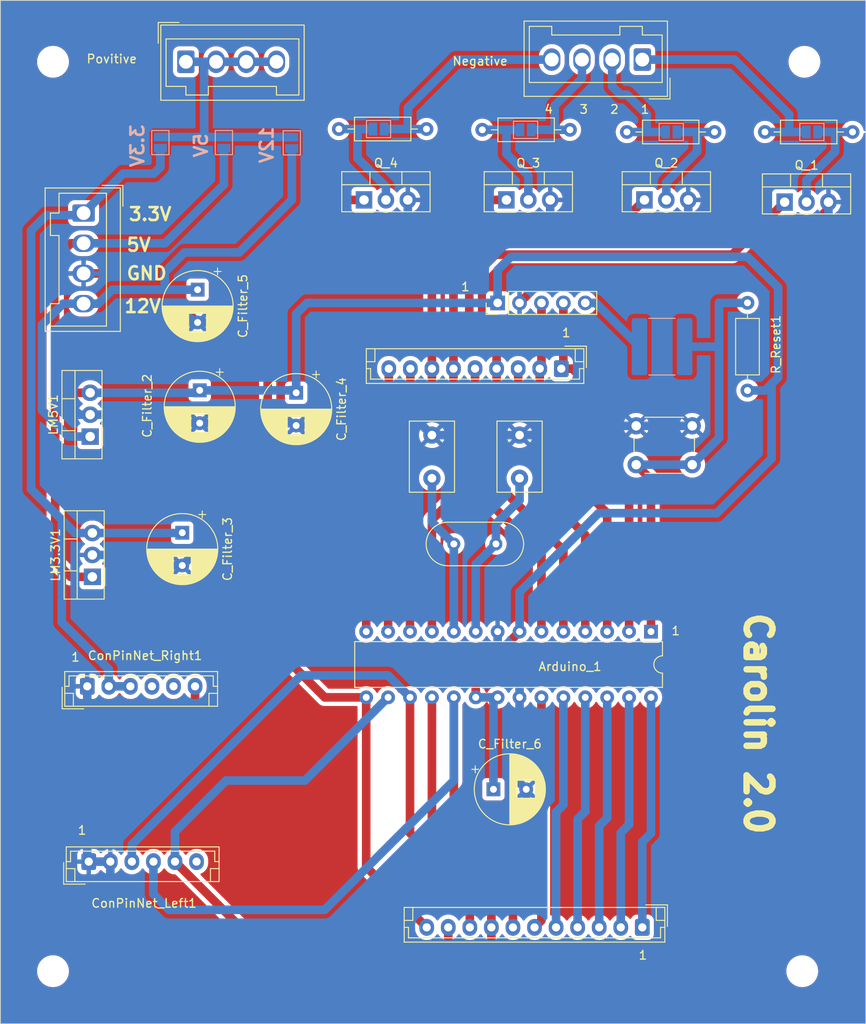
<source format=kicad_pcb>
(kicad_pcb (version 20221018) (generator pcbnew)
  (layers (0 "F.Cu" signal) (31 "B.Cu" signal) (34 "B.Paste" user) (35 "F.Paste" user) (36 "B.SilkS" user "B.Silkscreen") (37 "F.SilkS" user "F.Silkscreen") (38 "B.Mask" user) (39 "F.Mask" user) (44 "Edge.Cuts" user))
  (net 0 "")
  (net 1 "Net-(Arduino_1-~{RESET}{slash}PC6)")
  (net 2 "Net-(Arduino_1-PD0)")
  (net 3 "Net-(Arduino_1-PD1)")
  (net 4 "Net-(Arduino_1-PD2)")
  (net 5 "Net-(Arduino_1-PD3)")
  (net 6 "Net-(Arduino_1-PD4)")
  (net 7 "+5V")
  (net 8 "Earth")
  (net 9 "Net-(Arduino_1-XTAL1{slash}PB6)")
  (net 10 "Net-(Arduino_1-XTAL2{slash}PB7)")
  (net 11 "Net-(Arduino_1-PD5)")
  (net 12 "Net-(Arduino_1-PD6)")
  (net 13 "Net-(Arduino_1-PD7)")
  (net 14 "Net-(Arduino_1-PB0)")
  (net 15 "Net-(Arduino_1-PB1)")
  (net 16 "Net-(Arduino_1-PB2)")
  (net 17 "Net-(Arduino_1-PB3)")
  (net 18 "Net-(Arduino_1-PB4)")
  (net 19 "Net-(Arduino_1-PB5)")
  (net 20 "Net-(Arduino_1-PC0)")
  (net 21 "Net-(Arduino_1-PC1)")
  (net 22 "Net-(Arduino_1-PC2)")
  (net 23 "Net-(Arduino_1-PC3)")
  (net 24 "Net-(Arduino_1-PC4)")
  (net 25 "Net-(Arduino_1-PC5)")
  (net 26 "Net-(Conn_Debuger_1-Pin_5)")
  (net 28 "+3.3V")
  (net 31 "+12V")
  (net 32 "Net-(JP1-A)")
  (net 33 "Net-(JP2-A)")
  (net 34 "Net-(JP3-A)")
  (net 35 "Net-(JP4-A)")
  (net 36 "Net-(Con_Light_Neg1-Pin_1)")
  (net 37 "Net-(Con_Light_Neg1-Pin_2)")
  (net 38 "Net-(Con_Light_Neg1-Pin_3)")
  (net 39 "Net-(Con_Light_Neg1-Pin_4)")
  (net 40 "Net-(Con_Light_Pos1-Pin_1)")
  (footprint "Connector_Wago:Wago_734-134_1x04_P3.50mm_Vertical" (layer "F.Cu") (at 102.53 29.972)
    (fp_text reference "Con_Light_Pos1" hide)
    (fp_text value "Conn_01x04" hide)
  )
  (footprint "Package_TO_SOT_THT:TO-220-3_Vertical" (layer "F.Cu") (at 91.684 89.672 90)
    (fp_text reference "LM3.3V1")
    (fp_text value "LM2937xT" hide)
  )
  (footprint "Package_DIP:DIP-28_W7.62mm" (layer "F.Cu") (at 156.454 96.022 -90)
    (fp_text reference "Arduino_1")
    (fp_text value "ATmega328-P" hide)
  )
  (footprint "Package_TO_SOT_THT:TO-220-3_Vertical" (layer "F.Cu") (at 155.692 45.984)
    (fp_text reference "Q_2")
    (fp_text value "IRLB8721PBF" hide)
  )
  (footprint "Capacitor_THT:CP_Radial_D8.0mm_P3.80mm" (layer "F.Cu") (at 138.186 114.3)
    (fp_text reference "C_Filter_6")
    (fp_text value "47uF" hide)
  )
  (footprint "Connector_JST:JST_EH_B9B-EH-A_1x09_P2.50mm_Vertical" (layer "F.Cu") (at 146.054 65.542 180)
    (fp_text reference "J1" hide)
    (fp_text value "Conn_01x09_Pin" hide)
  )
  (footprint "Connector_PinHeader_2.54mm:PinHeader_1x05_P2.54mm_Vertical" (layer "F.Cu") (at 138.674 57.922 90)
    (fp_text reference "Conn_Debuger_1" hide)
    (fp_text value "Debuger" hide)
  )
  (footprint "Crystal:Crystal_HC49-U_Vertical" (layer "F.Cu") (at 133.594 85.862)
    (fp_text reference "XTAL1" hide)
    (fp_text value "Crystal 16 Mhz" hide)
  )
  (footprint "Package_TO_SOT_THT:TO-220-3_Vertical" (layer "F.Cu") (at 139.69 45.984)
    (fp_text reference "Q_3")
    (fp_text value "IRLB8721PBF" hide)
  )
  (footprint "Resistor_THT:R_Axial_DIN0207_L6.3mm_D2.5mm_P10.16mm_Horizontal" (layer "F.Cu") (at 179.822 38.11 180)
    (fp_text reference "R1" hide)
    (fp_text value "R1" hide)
  )
  (footprint "MountingHole:MountingHole_3.2mm_M3_DIN965" (layer "F.Cu") (at 87.122 135.382)
    (fp_text reference "REF**" hide)
    (fp_text value "MountingHole_3.2mm_M3_DIN965" hide)
  )
  (footprint "Resistor_THT:R_Axial_DIN0207_L6.3mm_D2.5mm_P10.16mm_Horizontal" (layer "F.Cu") (at 163.82 38.11 180)
    (fp_text reference "R2" hide)
    (fp_text value "R2" hide)
  )
  (footprint "Connector_JST:JST_EH_B11B-EH-A_1x11_P2.50mm_Vertical" (layer "F.Cu") (at 155.448 130.302 180)
    (fp_text reference "J2" hide)
    (fp_text value "Conn_01x11_Pin" hide)
  )
  (footprint "Capacitor_THT:CP_Radial_D8.0mm_P3.80mm" (layer "F.Cu") (at 115.316 68.336 -90)
    (fp_text reference "C_Filter_4")
    (fp_text value "47uF" hide)
  )
  (footprint "MountingHole:MountingHole_3.2mm_M3_DIN965" (layer "F.Cu") (at 174.244 29.972)
    (fp_text reference "REF**" hide)
    (fp_text value "MountingHole_3.2mm_M3_DIN965" hide)
  )
  (footprint "Capacitor_THT:C_Disc_D8.0mm_W5.0mm_P5.00mm" (layer "F.Cu") (at 141.214 78.242 90)
    (fp_text reference "C_XTAL_2" hide)
    (fp_text value "22 pF" hide)
  )
  (footprint "Button_Switch_THT:SW_PUSH_6mm_H5mm" (layer "F.Cu") (at 154.738 72.172)
    (fp_text reference "SW_reset1" hide)
    (fp_text value "SW_DIP_x01" hide)
  )
  (footprint "Connector_Wago:Wago_734-134_1x04_P3.50mm_Vertical" (layer "F.Cu") (at 90.668 47.508 -90)
    (fp_text reference "Con_In1" hide)
    (fp_text value "Conn_01x04" hide)
  )
  (footprint "Connector_JST:JST_EH_B6B-EH-A_1x06_P2.50mm_Vertical" (layer "F.Cu") (at 91.266 122.682)
    (fp_text reference "ConPinNet_Left1")
    (fp_text value "Conn_01x06_Pin" hide)
  )
  (footprint "Package_TO_SOT_THT:TO-220-3_Vertical" (layer "F.Cu") (at 123.18 45.984)
    (fp_text reference "Q_4")
    (fp_text value "IRLB8721PBF" hide)
  )
  (footprint "Capacitor_THT:CP_Radial_D8.0mm_P3.80mm" (layer "F.Cu") (at 102.108 84.557349 -90)
    (fp_text reference "C_Filter_3")
    (fp_text value "47uF" hide)
  )
  (footprint "Resistor_THT:R_Axial_DIN0207_L6.3mm_D2.5mm_P10.16mm_Horizontal" (layer "F.Cu") (at 167.64 68.072 90)
    (fp_text reference "R_Reset1")
    (fp_text value "10K" hide)
  )
  (footprint "MountingHole:MountingHole_3.2mm_M3_DIN965" (layer "F.Cu") (at 173.99 135.382)
    (fp_text reference "REF**" hide)
    (fp_text value "MountingHole_3.2mm_M3_DIN965" hide)
  )
  (footprint "Package_TO_SOT_THT:TO-220-3_Vertical" (layer "F.Cu") (at 171.948 46.238)
    (fp_text reference "Q_1")
    (fp_text value "IRLB8721PBF" hide)
  )
  (footprint "Connector_JST:JST_EH_B6B-EH-A_1x06_P2.50mm_Vertical" (layer "F.Cu") (at 91.092 102.362)
    (fp_text reference "ConPinNet_Right1")
    (fp_text value "Conn_01x06_Pin" hide)
  )
  (footprint "Package_TO_SOT_THT:TO-220-3_Vertical" (layer "F.Cu") (at 91.43 73.416 90)
    (fp_text reference "LM5V1")
    (fp_text value "LM2937xT" hide)
  )
  (footprint "Resistor_THT:R_Axial_DIN0207_L6.3mm_D2.5mm_P10.16mm_Horizontal" (layer "F.Cu") (at 120.264 37.765)
    (fp_text reference "R4" hide)
    (fp_text value "R4" hide)
  )
  (footprint "MountingHole:MountingHole_3.2mm_M3_DIN965" (layer "F.Cu") (at 87.122 29.972)
    (fp_text reference "REF**" hide)
    (fp_text value "MountingHole_3.2mm_M3_DIN965" hide)
  )
  (footprint "Capacitor_THT:CP_Radial_D8.0mm_P3.80mm" (layer "F.Cu") (at 103.886 56.388 -90)
    (fp_text reference "C_Filter_5")
    (fp_text value "47uF" hide)
  )
  (footprint "Connector_Wago:Wago_734-134_1x04_P3.50mm_Vertical" (layer "F.Cu") (at 155.448 29.718 180)
    (fp_text reference "Con_Light_Neg1" hide)
    (fp_text value "Conn_01x04" hide)
  )
  (footprint "Capacitor_THT:C_Disc_D8.0mm_W5.0mm_P5.00mm" (layer "F.Cu") (at 131.054 78.242 90)
    (fp_text reference "C_XTAL_1" hide)
    (fp_text value "22 pF" hide)
  )
  (footprint "Capacitor_THT:CP_Radial_D8.0mm_P3.80mm" (layer "F.Cu") (at 104.13 68.057349 -90)
    (fp_text reference "C_Filter_2")
    (fp_text value "47uF" hide)
  )
  (footprint "Resistor_THT:R_Axial_DIN0207_L6.3mm_D2.5mm_P10.16mm_Horizontal" (layer "F.Cu") (at 136.896 37.856)
    (fp_text reference "R3" hide)
    (fp_text value "R3" hide)
  )
  (footprint "Jumper:SolderJumper-2_P1.3mm_Open_Pad1.0x1.5mm" (layer "B.Cu") (at 158.803302 38.11 180)
    (fp_text reference "JP2" hide)
    (fp_text value "Lig_Jmp_2" hide)
  )
  (footprint "Jumper:SolderJumper-2_P1.3mm_Open_Pad1.0x1.5mm" (layer "B.Cu") (at 99.568 39.34 90)
    (fp_text reference "JP_3.3V1" hide)
    (fp_text value "3.3V_Pos" hide)
  )
  (footprint "Capacitor_SMD:C_2225_5664Metric_Pad1.80x6.60mm_HandSolder" (layer "B.Cu") (at 157.734 62.992)
    (fp_text reference "C_Rest1" hide)
    (fp_text value "100nF" hide)
  )
  (footprint "Jumper:SolderJumper-2_P1.3mm_Open_Pad1.0x1.5mm" (layer "B.Cu") (at 175.108 38.11 180)
    (fp_text reference "JP1" hide)
    (fp_text value "Lig_Jmp_1" hide)
  )
  (footprint "Jumper:SolderJumper-2_P1.3mm_Open_Pad1.0x1.5mm" (layer "B.Cu") (at 114.808 39.37 90)
    (fp_text reference "JP_12V1" hide)
    (fp_text value "12V_Pos" hide)
  )
  (footprint "Jumper:SolderJumper-2_P1.3mm_Open_Pad1.0x1.5mm" (layer "B.Cu") (at 124.866 37.765)
    (fp_text reference "JP4" hide)
    (fp_text value "Lig_Jmp_4" hide)
  )
  (footprint "Jumper:SolderJumper-2_P1.3mm_Open_Pad1.0x1.5mm" (layer "B.Cu") (at 141.912698 37.856)
    (fp_text reference "JP3" hide)
    (fp_text value "Lig_Jmp_3" hide)
  )
  (footprint "Jumper:SolderJumper-2_P1.3mm_Open_Pad1.0x1.5mm" (layer "B.Cu") (at 106.934 39.34 90)
    (fp_text reference "JP_5V1" hide)
    (fp_text value "5V_Pos" hide)
  )
  (gr_rect (start 81.026 22.86) (end 181.356 141.478) (stroke (width 0.1)) (fill none) (layer "Edge.Cuts"))
  (gr_text "5V" (at 105.156 38.1 90) (layer "B.SilkS") (effects (font (size 1.5 1.5) (thickness 0.3) bold) (justify left bottom mirror)))
  (gr_text "12V" (at 112.776 37.338 90) (layer "B.SilkS") (effects (font (size 1.5 1.5) (thickness 0.3) bold) (justify left bottom mirror)))
  (gr_text "3.3V" (at 97.79 37.084 90) (layer "B.SilkS") (effects (font (size 1.5 1.5) (thickness 0.3) bold) (justify left bottom mirror)))
  (gr_text "1" (at 134.366 56.642) (layer "F.SilkS") (effects (font (size 1 1)) (justify left bottom)))
  (gr_text "1" (at 155.194 36.068) (layer "F.SilkS") (effects (font (size 1 1)) (justify left bottom)))
  (gr_text "1" (at 146.05 61.976) (layer "F.SilkS") (effects (font (size 1 1)) (justify left bottom)))
  (gr_text "2" (at 151.638 36.068) (layer "F.SilkS") (effects (font (size 1 1)) (justify left bottom)))
  (gr_text "3.3V" (at 95.758 48.514) (layer "F.SilkS") (effects (font (size 1.5 1.5) (thickness 0.3) bold) (justify left bottom)))
  (gr_text "1" (at 158.75 96.52) (layer "F.SilkS") (effects (font (size 1 1)) (justify left bottom)))
  (gr_text "1" (at 154.94 134.112) (layer "F.SilkS") (effects (font (size 1 1)) (justify left bottom)))
  (gr_text "1" (at 89.154 99.568) (layer "F.SilkS") (effects (font (size 1 1)) (justify left bottom)))
  (gr_text "5V" (at 95.504 52.07) (layer "F.SilkS") (effects (font (size 1.5 1.5) (thickness 0.3) bold) (justify left bottom)))
  (gr_text "Povitive" (at 90.932 30.226) (layer "F.SilkS") (effects (font (size 1 1)) (justify left bottom)))
  (gr_text "12V" (at 95.25 59.182) (layer "F.SilkS") (effects (font (size 1.5 1.5) (thickness 0.3) bold) (justify left bottom)))
  (gr_text "Carolin 2.0" (at 167.132 93.472 270) (layer "F.SilkS") (effects (font (size 3 3) (thickness 0.75) bold) (justify left bottom)))
  (gr_text "3" (at 148.082 36.068) (layer "F.SilkS") (effects (font (size 1 1)) (justify left bottom)))
  (gr_text "Negative" (at 133.35 30.48) (layer "F.SilkS") (effects (font (size 1 1)) (justify left bottom)))
  (gr_text "4" (at 144.018 36.068) (layer "F.SilkS") (effects (font (size 1 1)) (justify left bottom)))
  (gr_text "GND" (at 95.504 55.372) (layer "F.SilkS") (effects (font (size 1.5 1.5) (thickness 0.3) bold) (justify left bottom)))
  (gr_text "1" (at 89.916 119.634) (layer "F.SilkS") (effects (font (size 1 1)) (justify left bottom)))
  (segment (start 156.454 96.022) (end 156.454 78.388) (width 1) (layer "F.Cu") (net 1))
  (segment (start 156.454 78.388) (end 154.738 76.672) (width 1) (layer "F.Cu") (net 1))
  (segment (start 164.084 62.992) (end 164.338 62.738) (width 1) (layer "B.Cu") (net 1))
  (segment (start 164.338 73.572) (end 164.338 62.738) (width 1) (layer "B.Cu") (net 1))
  (segment (start 164.338 62.738) (end 164.338 57.912) (width 1) (layer "B.Cu") (net 1))
  (segment (start 160.359 62.992) (end 164.084 62.992) (width 1) (layer "B.Cu") (net 1))
  (segment (start 167.64 57.912) (end 164.338 57.912) (width 1) (layer "B.Cu") (net 1))
  (segment (start 161.238 76.672) (end 164.338 73.572) (width 1) (layer "B.Cu") (net 1))
  (segment (start 154.738 76.672) (end 156.972 76.672) (width 1) (layer "B.Cu") (net 1))
  (segment (start 156.972 76.672) (end 161.238 76.672) (width 1) (layer "B.Cu") (net 1))
  (segment (start 150.622 76.708) (end 150.622 68.834) (width 1) (layer "F.Cu") (net 2))
  (segment (start 150.622 68.834) (end 147.33 65.542) (width 1) (layer "F.Cu") (net 2))
  (segment (start 146.294 57.922) (end 146.294 65.302) (width 1) (layer "F.Cu") (net 2))
  (segment (start 153.914 96.022) (end 153.914 80) (width 1) (layer "F.Cu") (net 2))
  (segment (start 153.914 80) (end 150.622 76.708) (width 1) (layer "F.Cu") (net 2))
  (segment (start 147.33 65.542) (end 146.054 65.542) (width 1) (layer "F.Cu") (net 2))
  (segment (start 146.294 65.302) (end 146.054 65.542) (width 1) (layer "F.Cu") (net 2))
  (segment (start 143.754 57.922) (end 143.754 65.342) (width 1) (layer "F.Cu") (net 3))
  (segment (start 143.554 65.542) (end 143.554 68.116) (width 1) (layer "F.Cu") (net 3))
  (segment (start 147.574 78.486) (end 151.374 82.286) (width 1) (layer "F.Cu") (net 3))
  (segment (start 151.374 82.286) (end 151.374 96.022) (width 1) (layer "F.Cu") (net 3))
  (segment (start 147.574 72.136) (end 147.574 78.486) (width 1) (layer "F.Cu") (net 3))
  (segment (start 143.554 68.116) (end 147.574 72.136) (width 1) (layer "F.Cu") (net 3))
  (segment (start 143.754 65.342) (end 143.554 65.542) (width 1) (layer "F.Cu") (net 3))
  (segment (start 143.764 79.756) (end 143.764 71.882) (width 1) (layer "F.Cu") (net 4))
  (segment (start 141.054 69.172) (end 141.054 65.542) (width 1) (layer "F.Cu") (net 4))
  (segment (start 143.764 71.882) (end 141.054 69.172) (width 1) (layer "F.Cu") (net 4))
  (segment (start 148.834 96.022) (end 148.834 84.826) (width 1) (layer "F.Cu") (net 4))
  (segment (start 148.834 84.826) (end 143.764 79.756) (width 1) (layer "F.Cu") (net 4))
  (segment (start 138.43 52.324) (end 165.862 52.324) (width 1) (layer "F.Cu") (net 5))
  (segment (start 138.554 62.608) (end 135.382 59.436) (width 1) (layer "F.Cu") (net 5))
  (segment (start 138.554 65.542) (end 138.554 62.608) (width 1) (layer "F.Cu") (net 5))
  (segment (start 135.382 59.436) (end 135.382 55.372) (width 1) (layer "F.Cu") (net 5))
  (segment (start 138.554 65.542) (end 138.554 78.864) (width 1) (layer "F.Cu") (net 5))
  (segment (start 138.554 78.864) (end 146.294 86.604) (width 1) (layer "F.Cu") (net 5))
  (segment (start 165.862 52.324) (end 171.948 46.238) (width 1) (layer "F.Cu") (net 5))
  (segment (start 135.382 55.372) (end 138.43 52.324) (width 1) (layer "F.Cu") (net 5))
  (segment (start 146.294 86.604) (end 146.294 96.022) (width 1) (layer "F.Cu") (net 5))
  (segment (start 136.054 79.412) (end 136.054 65.542) (width 1) (layer "F.Cu") (net 6))
  (segment (start 143.754 96.022) (end 143.754 87.112) (width 1) (layer "F.Cu") (net 6))
  (segment (start 143.754 87.112) (end 136.054 79.412) (width 1) (layer "F.Cu") (net 6))
  (segment (start 87.376 52.832) (end 89.2 51.008) (width 1) (layer "F.Cu") (net 7))
  (segment (start 87.376 87.884) (end 87.376 70.358) (width 1) (layer "F.Cu") (net 7))
  (segment (start 87.376 70.358) (end 87.376 52.832) (width 1) (layer "F.Cu") (net 7))
  (segment (start 89.164 89.672) (end 87.376 87.884) (width 1) (layer "F.Cu") (net 7))
  (segment (start 91.684 89.672) (end 89.164 89.672) (width 1) (layer "F.Cu") (net 7))
  (segment (start 136.134 103.642) (end 136.134 101.102) (width 1) (layer "F.Cu") (net 7))
  (segment (start 136.134 101.102) (end 141.214 96.022) (width 1) (layer "F.Cu") (net 7))
  (segment (start 87.376 70.358) (end 89.398 68.336) (width 1) (layer "F.Cu") (net 7))
  (segment (start 89.398 68.336) (end 91.43 68.336) (width 1) (layer "F.Cu") (net 7))
  (segment (start 89.2 51.008) (end 90.668 51.008) (width 1) (layer "F.Cu") (net 7))
  (segment (start 138.674 103.642) (end 136.134 103.642) (width 1) (layer "B.Cu") (net 7))
  (segment (start 170.434 75.946) (end 170.434 67.818) (width 1) (layer "B.Cu") (net 7))
  (segment (start 139.954 52.832) (end 140.208 52.578) (width 1) (layer "B.Cu") (net 7))
  (segment (start 171.196 66.548) (end 171.196 56.134) (width 1) (layer "B.Cu") (net 7))
  (segment (start 104.13 68.057349) (end 115.037349 68.057349) (width 1) (layer "B.Cu") (net 7))
  (segment (start 150.876 82.296) (end 164.084 82.296) (width 1) (layer "B.Cu") (net 7))
  (segment (start 100.122 51.008) (end 106.934 44.196) (width 1) (layer "B.Cu") (net 7))
  (segment (start 115.316 59.182) (end 116.332 58.166) (width 1) (layer "B.Cu") (net 7))
  (segment (start 138.674 54.112) (end 139.954 52.832) (width 1) (layer "B.Cu") (net 7))
  (segment (start 143.002 89.662) (end 150.368 82.296) (width 1) (layer "B.Cu") (net 7))
  (segment (start 115.316 68.336) (end 115.316 59.182) (width 1) (layer "B.Cu") (net 7))
  (segment (start 90.668 51.008) (end 100.122 51.008) (width 1) (layer "B.Cu") (net 7))
  (segment (start 167.64 52.578) (end 169.418 54.356) (width 1) (layer "B.Cu") (net 7))
  (segment (start 167.64 78.74) (end 170.434 75.946) (width 1) (layer "B.Cu") (net 7))
  (segment (start 106.934 44.196) (end 106.934 39.99) (width 1) (layer "B.Cu") (net 7))
  (segment (start 169.672 68.072) (end 171.196 66.548) (width 1) (layer "B.Cu") (net 7))
  (segment (start 103.851349 68.336) (end 104.13 68.057349) (width 1) (layer "B.Cu") (net 7))
  (segment (start 138.186 104.13) (end 138.674 103.642) (width 1) (layer "B.Cu") (net 7))
  (segment (start 115.037349 68.057349) (end 115.316 68.336) (width 1) (layer "B.Cu") (net 7))
  (segment (start 171.196 56.134) (end 169.418 54.356) (width 1) (layer "B.Cu") (net 7))
  (segment (start 141.214 96.022) (end 141.214 91.45) (width 1) (layer "B.Cu") (net 7))
  (segment (start 91.43 68.336) (end 98.044 68.336) (width 1) (layer "B.Cu") (net 7))
  (segment (start 141.214 91.45) (end 143.002 89.662) (width 1) (layer "B.Cu") (net 7))
  (segment (start 150.368 82.296) (end 150.876 82.296) (width 1) (layer "B.Cu") (net 7))
  (segment (start 140.208 52.578) (end 167.132 52.578) (width 1) (layer "B.Cu") (net 7))
  (segment (start 138.186 114.3) (end 138.186 104.13) (width 1) (layer "B.Cu") (net 7))
  (segment (start 116.576 57.922) (end 116.332 58.166) (width 1) (layer "B.Cu") (net 7))
  (segment (start 167.132 52.578) (end 167.64 52.578) (width 1) (layer "B.Cu") (net 7))
  (segment (start 167.64 68.072) (end 169.672 68.072) (width 1) (layer "B.Cu") (net 7))
  (segment (start 98.044 68.336) (end 103.851349 68.336) (width 1) (layer "B.Cu") (net 7))
  (segment (start 138.674 57.922) (end 116.576 57.922) (width 1) (layer "B.Cu") (net 7))
  (segment (start 164.084 82.296) (end 167.64 78.74) (width 1) (layer "B.Cu") (net 7))
  (segment (start 138.674 57.922) (end 138.674 54.112) (width 1) (layer "B.Cu") (net 7))
  (segment (start 169.672 54.356) (end 177.028 47) (width 1) (layer "F.Cu") (net 8))
  (segment (start 144.78 54.356) (end 169.672 54.356) (width 1) (layer "F.Cu") (net 8))
  (segment (start 98.206 54.508) (end 103.886 60.188) (width 1) (layer "F.Cu") (net 8))
  (segment (start 177.028 47) (end 177.028 46.238) (width 1) (layer "F.Cu") (net 8))
  (segment (start 90.668 54.508) (end 98.206 54.508) (width 1) (layer "F.Cu") (net 8))
  (segment (start 141.214 57.922) (end 144.78 54.356) (width 1) (layer "F.Cu") (net 8))
  (segment (start 160.02 134.112) (end 176.276 117.856) (width 1) (layer "B.Cu") (net 8))
  (segment (start 91.958 60.188) (end 103.886 60.188) (width 1) (layer "B.Cu") (net 8))
  (segment (start 87.884 68.58) (end 87.884 64.262) (width 1) (layer "B.Cu") (net 8))
  (segment (start 112.014 95.25) (end 112.014 87.884) (width 1) (layer "B.Cu") (net 8))
  (segment (start 115.316 72.136) (end 129.948 72.136) (width 1) (layer "B.Cu") (net 8))
  (segment (start 94.488 70.866) (end 94.478 70.876) (width 1) (layer "B.Cu") (net 8))
  (segment (start 91.266 122.682) (end 93.766 122.682) (width 1) (layer "B.Cu") (net 8))
  (segment (start 141.986 118.364) (end 141.986 114.3) (width 1) (layer "B.Cu") (net 8))
  (segment (start 175.006 50.038) (end 176.276 48.768) (width 1) (layer "B.Cu") (net 8))
  (segment (start 105.664 72.365349) (end 106.172 71.857349) (width 1) (layer "B.Cu") (net 8))
  (segment (start 93.766 125.262) (end 99.822 131.318) (width 1) (layer "B.Cu") (net 8))
  (segment (start 93.766 122.682) (end 93.766 125.262) (width 1) (layer "B.Cu") (net 8))
  (segment (start 102.108 88.357349) (end 105.664 84.801349) (width 1) (layer "B.Cu") (net 8))
  (segment (start 160.772 50.038) (end 160.772 45.984) (width 1) (layer "B.Cu") (net 8))
  (segment (start 115.062 98.298) (end 112.014 95.25) (width 1) (layer "B.Cu") (net 8))
  (segment (start 91.684 87.132) (end 99.324 87.132) (width 1) (layer "B.Cu") (net 8))
  (segment (start 99.822 131.318) (end 120.904 131.318) (width 1) (layer "B.Cu") (net 8))
  (segment (start 105.664 84.801349) (end 105.664 72.365349) (width 1) (layer "B.Cu") (net 8))
  (segment (start 120.904 131.318) (end 122.428 129.794) (width 1) (layer "B.Cu") (net 8))
  (segment (start 122.428 129.794) (end 130.81 121.412) (width 1) (layer "B.Cu") (net 8))
  (segment (start 108.931349 84.801349) (end 105.664 84.801349) (width 1) (layer "B.Cu") (net 8))
  (segment (start 128.26 47.996) (end 129.286 49.022) (width 1) (layer "B.Cu") (net 8))
  (segment (start 144.78 50.038) (end 159.512 50.038) (width 1) (layer "B.Cu") (net 8))
  (segment (start 126.746 134.112) (end 160.02 134.112) (width 1) (layer "B.Cu") (net 8))
  (segment (start 104.13 71.857349) (end 106.172 71.857349) (width 1) (layer "B.Cu") (net 8))
  (segment (start 141.214 113.528) (end 141.986 114.3) (width 1) (layer "B.Cu") (net 8))
  (segment (start 159.512 50.038) (end 175.006 50.038) (width 1) (layer "B.Cu") (net 8))
  (segment (start 130.302 50.038) (end 143.51 50.038) (width 1) (layer "B.Cu") (net 8))
  (segment (start 95.479349 71.857349) (end 94.488 70.866) (width 1) (layer "B.Cu") (net 8))
  (segment (start 138.674 99.304) (end 141.214 101.844) (width 1) (layer "B.Cu") (net 8))
  (segment (start 94.478 70.876) (end 91.43 70.876) (width 1) (layer "B.Cu") (net 8))
  (segment (start 141.214 73.242) (end 148.5 73.242) (width 1) (layer "B.Cu") (net 8))
  (segment (start 131.054 73.242) (end 141.214 73.242) (width 1) (layer "B.Cu") (net 8))
  (segment (start 129.286 49.022) (end 130.302 50.038) (width 1) (layer "B.Cu") (net 8))
  (segment (start 100.549349 88.357349) (end 102.108 88.357349) (width 1) (layer "B.Cu") (net 8))
  (segment (start 104.13 71.857349) (end 95.479349 71.857349) (width 1) (layer "B.Cu") (net 8))
  (segment (start 138.674 98.298) (end 138.674 99.304) (width 1) (layer "B.Cu") (net 8))
  (segment (start 149.57 72.172) (end 154.738 72.172) (width 1) (layer "B.Cu") (net 8))
  (segment (start 176.276 48.768) (end 177.028 48.016) (width 1) (layer "B.Cu") (net 8))
  (segment (start 118.364 49.022) (end 129.286 49.022) (width 1) (layer "B.Cu") (net 8))
  (segment (start 91.43 70.876) (end 90.18 70.876) (width 1) (layer "B.Cu") (net 8))
  (segment (start 144.77 50.028) (end 144.78 50.038) (width 1) (layer "B.Cu") (net 8))
  (segment (start 144.77 45.984) (end 144.77 50.028) (width 1) (layer "B.Cu") (net 8))
  (segment (start 148.5 73.242) (end 149.57 72.172) (width 1) (layer "B.Cu") (net 8))
  (segment (start 129.948 72.136) (end 131.054 73.242) (width 1) (layer "B.Cu") (net 8))
  (segment (start 154.738 72.172) (end 161.238 72.172) (width 1) (layer "B.Cu") (net 8))
  (segment (start 141.214 103.642) (end 141.214 113.528) (width 1) (layer "B.Cu") (net 8))
  (segment (start 138.938 121.412) (end 141.986 118.364) (width 1) (layer "B.Cu") (net 8))
  (segment (start 99.324 87.132) (end 100.549349 88.357349) (width 1) (layer "B.Cu") (net 8))
  (segment (start 122.428 129.794) (end 126.746 134.112) (width 1) (layer "B.Cu") (net 8))
  (segment (start 138.674 96.022) (end 138.674 97.8) (width 1) (layer "B.Cu") (net 8))
  (segment (start 87.884 64.262) (end 91.958 60.188) (width 1) (layer "B.Cu") (net 8))
  (segment (start 115.037349 71.857349) (end 115.316 72.136) (width 1) (layer "B.Cu") (net 8))
  (segment (start 91.092 107.696) (end 91.092 122.508) (width 1) (layer "B.Cu") (net 8))
  (segment (start 130.81 121.412) (end 138.938 121.412) (width 1) (layer "B.Cu") (net 8))
  (segment (start 103.886 60.188) (end 107.198 60.188) (width 1) (layer "B.Cu") (net 8))
  (segment (start 141.214 101.844) (end 141.214 103.642) (width 1) (layer "B.Cu") (net 8))
  (segment (start 138.674 97.8) (end 138.176 98.298) (width 1) (layer "B.Cu") (net 8))
  (segment (start 91.092 122.508) (end 91.266 122.682) (width 1) (layer "B.Cu") (net 8))
  (segment (start 128.26 45.984) (end 128.26 47.996) (width 1) (layer "B.Cu") (net 8))
  (segment (start 112.014 87.884) (end 108.931349 84.801349) (width 1) (layer "B.Cu") (net 8))
  (segment (start 107.198 60.188) (end 118.364 49.022) (width 1) (layer "B.Cu") (net 8))
  (segment (start 138.674 98.298) (end 138.176 98.298) (width 1) (layer "B.Cu") (net 8))
  (segment (start 176.276 117.856) (end 176.276 48.768) (width 1) (layer "B.Cu") (net 8))
  (segment (start 177.028 48.016) (end 177.028 46.238) (width 1) (layer "B.Cu") (net 8))
  (segment (start 106.172 71.857349) (end 115.037349 71.857349) (width 1) (layer "B.Cu") (net 8))
  (segment (start 143.51 50.038) (end 144.78 50.038) (width 1) (layer "B.Cu") (net 8))
  (segment (start 91.092 102.362) (end 91.092 107.696) (width 1) (layer "B.Cu") (net 8))
  (segment (start 90.18 70.876) (end 87.884 68.58) (width 1) (layer "B.Cu") (net 8))
  (segment (start 138.176 98.298) (end 115.062 98.298) (width 1) (layer "B.Cu") (net 8))
  (segment (start 136.134 88.202) (end 138.474 85.862) (width 1) (layer "B.Cu") (net 9))
  (segment (start 136.134 96.022) (end 136.134 88.202) (width 1) (layer "B.Cu") (net 9))
  (segment (start 138.474 85.862) (end 138.474 83.522) (width 1) (layer "B.Cu") (net 9))
  (segment (start 141.214 80.782) (end 141.214 78.242) (width 1) (layer "B.Cu") (net 9))
  (segment (start 138.474 83.522) (end 141.214 80.782) (width 1) (layer "B.Cu") (net 9))
  (segment (start 131.054 83.322) (end 133.594 85.862) (width 1) (layer "B.Cu") (net 10))
  (segment (start 133.594 96.022) (end 133.594 85.862) (width 1) (layer "B.Cu") (net 10))
  (segment (start 131.054 78.242) (end 131.054 83.322) (width 1) (layer "B.Cu") (net 10))
  (segment (start 133.554 65.542) (end 133.554 53.39) (width 1) (layer "F.Cu") (net 11))
  (segment (start 155.692 45.984) (end 151.384 50.292) (width 1) (layer "F.Cu") (net 11))
  (segment (start 133.554 80.568) (end 133.554 65.542) (width 1) (layer "F.Cu") (net 11))
  (segment (start 131.054 83.068) (end 133.554 80.568) (width 1) (layer "F.Cu") (net 11))
  (segment (start 133.554 53.39) (end 136.652 50.292) (width 1) (layer "F.Cu") (net 11))
  (segment (start 131.054 96.022) (end 131.054 83.068) (width 1) (layer "F.Cu") (net 11))
  (segment (start 151.384 50.292) (end 136.652 50.292) (width 1) (layer "F.Cu") (net 11))
  (segment (start 128.016 70.866) (end 128.016 90.424) (width 1) (layer "F.Cu") (net 12))
  (segment (start 135.372 45.984) (end 131.054 50.302) (width 1) (layer "F.Cu") (net 12))
  (segment (start 128.524 90.932) (end 128.514 90.942) (width 1) (layer "F.Cu") (net 12))
  (segment (start 131.054 50.302) (end 131.054 65.542) (width 1) (layer "F.Cu") (net 12))
  (segment (start 128.016 90.424) (end 128.524 90.932) (width 1) (layer "F.Cu") (net 12))
  (segment (start 131.054 67.828) (end 128.016 70.866) (width 1) (layer "F.Cu") (net 12))
  (segment (start 131.054 65.542) (end 131.054 67.828) (width 1) (layer "F.Cu") (net 12))
  (segment (start 139.69 45.984) (end 135.372 45.984) (width 1) (layer "F.Cu") (net 12))
  (segment (start 128.514 90.942) (end 128.514 96.022) (width 1) (layer "F.Cu") (net 12))
  (segment (start 125.974 70.622) (end 128.554 68.042) (width 1) (layer "F.Cu") (net 13))
  (segment (start 125.974 96.022) (end 125.974 70.622) (width 1) (layer "F.Cu") (net 13))
  (segment (start 128.554 68.042) (end 128.554 65.542) (width 1) (layer "F.Cu") (net 13))
  (segment (start 126.054 65.542) (end 126.054 68.002) (width 1) (layer "F.Cu") (net 14))
  (segment (start 123.434 70.622) (end 123.434 96.022) (width 1) (layer "F.Cu") (net 14))
  (segment (start 126.054 68.002) (end 123.434 70.622) (width 1) (layer "F.Cu") (net 14))
  (segment (start 123.18 45.984) (end 120.894 45.984) (width 1) (layer "F.Cu") (net 15))
  (segment (start 120.894 45.984) (end 112.014 54.864) (width 1) (layer "F.Cu") (net 15))
  (segment (start 112.014 54.864) (end 112.014 97.028) (width 1) (layer "F.Cu") (net 15))
  (segment (start 123.434 103.642) (end 123.434 123.288) (width 1) (layer "F.Cu") (net 15))
  (segment (start 118.628 103.642) (end 123.434 103.642) (width 1) (layer "F.Cu") (net 15))
  (segment (start 123.434 123.288) (end 130.448 130.302) (width 1) (layer "F.Cu") (net 15))
  (segment (start 112.014 97.028) (end 118.628 103.642) (width 1) (layer "F.Cu") (net 15))
  (segment (start 132.948 130.302) (end 132.948 132.736) (width 1) (layer "F.Cu") (net 16))
  (segment (start 131.318 134.366) (end 112.95 134.366) (width 1) (layer "F.Cu") (net 16))
  (segment (start 132.948 132.736) (end 131.318 134.366) (width 1) (layer "F.Cu") (net 16))
  (segment (start 112.95 134.366) (end 101.266 122.682) (width 1) (layer "F.Cu") (net 16))
  (segment (start 101.266 122.682) (end 101.266 119.206) (width 1) (layer "B.Cu") (net 16))
  (segment (start 107.188 113.284) (end 116.332 113.284) (width 1) (layer "B.Cu") (net 16))
  (segment (start 116.332 113.284) (end 125.974 103.642) (width 1) (layer "B.Cu") (net 16))
  (segment (start 101.266 119.206) (end 107.188 113.284) (width 1) (layer "B.Cu") (net 16))
  (segment (start 128.514 119.37) (end 128.514 103.642) (width 1) (layer "F.Cu") (net 17))
  (segment (start 135.448 130.302) (end 135.448 126.304) (width 1) (layer "F.Cu") (net 17))
  (segment (start 135.448 126.304) (end 128.514 119.37) (width 1) (layer "F.Cu") (net 17))
  (segment (start 125.964 101.092) (end 128.514 103.642) (width 1) (layer "B.Cu") (net 17))
  (segment (start 96.266 120.707) (end 115.881 101.092) (width 1) (layer "B.Cu") (net 17))
  (segment (start 115.881 101.092) (end 125.964 101.092) (width 1) (layer "B.Cu") (net 17))
  (segment (start 96.266 122.682) (end 96.266 120.707) (width 1) (layer "B.Cu") (net 17))
  (segment (start 132.334 137.922) (end 98.552 137.922) (width 1) (layer "F.Cu") (net 18))
  (segment (start 98.552 137.922) (end 86.106 125.476) (width 1) (layer "F.Cu") (net 18))
  (segment (start 131.054 119.116) (end 137.948 126.01) (width 1) (layer "F.Cu") (net 18))
  (segment (start 131.054 103.642) (end 131.054 119.116) (width 1) (layer "F.Cu") (net 18))
  (segment (start 137.948 130.302) (end 137.948 132.308) (width 1) (layer "F.Cu") (net 18))
  (segment (start 99.06 111.252) (end 103.592 106.72) (width 1) (layer "F.Cu") (net 18))
  (segment (start 137.948 132.308) (end 132.334 137.922) (width 1) (layer "F.Cu") (net 18))
  (segment (start 86.106 118.11) (end 92.964 111.252) (width 1) (layer "F.Cu") (net 18))
  (segment (start 92.964 111.252) (end 99.06 111.252) (width 1) (layer "F.Cu") (net 18))
  (segment (start 137.948 126.01) (end 137.948 130.302) (width 1) (layer "F.Cu") (net 18))
  (segment (start 103.592 106.72) (end 103.592 102.362) (width 1) (layer "F.Cu") (net 18))
  (segment (start 86.106 125.476) (end 86.106 118.11) (width 1) (layer "F.Cu") (net 18))
  (segment (start 133.594 117.338) (end 133.594 103.642) (width 1) (layer "F.Cu") (net 19))
  (segment (start 140.448 130.302) (end 140.448 124.954) (width 1) (layer "F.Cu") (net 19))
  (segment (start 133.604 118.11) (end 133.604 117.348) (width 1) (layer "F.Cu") (net 19))
  (segment (start 140.448 124.954) (end 133.604 118.11) (width 1) (layer "F.Cu") (net 19))
  (segment (start 133.604 117.348) (end 133.594 117.338) (width 1) (layer "F.Cu") (net 19))
  (segment (start 98.766 122.682) (end 98.766 126.452) (width 1) (layer "B.Cu") (net 19))
  (segment (start 100.584 128.27) (end 118.618 128.27) (width 1) (layer "B.Cu") (net 19))
  (segment (start 98.766 126.452) (end 100.584 128.27) (width 1) (layer "B.Cu") (net 19))
  (segment (start 118.618 128.27) (end 133.594 113.294) (width 1) (layer "B.Cu") (net 19))
  (segment (start 133.594 113.294) (end 133.594 103.642) (width 1) (layer "B.Cu") (net 19))
  (segment (start 143.754 129.496) (end 142.948 130.302) (width 1) (layer "F.Cu") (net 20))
  (segment (start 143.754 103.642) (end 143.754 129.496) (width 1) (layer "F.Cu") (net 20))
  (segment (start 146.294 103.642) (end 146.294 116.088) (width 1) (layer "B.Cu") (net 21))
  (segment (start 146.294 116.088) (end 145.448 116.934) (width 1) (layer "B.Cu") (net 21))
  (segment (start 145.448 116.934) (end 145.448 130.302) (width 1) (layer "B.Cu") (net 21))
  (segment (start 148.834 116.85) (end 147.948 117.736) (width 1) (layer "B.Cu") (net 22))
  (segment (start 148.834 103.642) (end 148.834 116.85) (width 1) (layer "B.Cu") (net 22))
  (segment (start 147.948 117.736) (end 147.948 130.302) (width 1) (layer "B.Cu") (net 22))
  (segment (start 151.384 117.602) (end 151.374 117.592) (width 1) (layer "B.Cu") (net 23))
  (segment (start 150.448 118.538) (end 151.384 117.602) (width 1) (layer "B.Cu") (net 23))
  (segment (start 151.374 117.592) (end 151.374 103.642) (width 1) (layer "B.Cu") (net 23))
  (segment (start 150.448 130.302) (end 150.448 118.538) (width 1) (layer "B.Cu") (net 23))
  (segment (start 153.914 118.374) (end 152.948 119.34) (width 1) (layer "B.Cu") (net 24))
  (segment (start 153.914 103.642) (end 153.914 118.374) (width 1) (layer "B.Cu") (net 24))
  (segment (start 152.948 119.34) (end 152.948 130.302) (width 1) (layer "B.Cu") (net 24))
  (segment (start 156.454 119.39) (end 155.448 120.396) (width 1) (layer "B.Cu") (net 25))
  (segment (start 155.448 120.396) (end 155.448 130.302) (width 1) (layer "B.Cu") (net 25))
  (segment (start 156.454 103.642) (end 156.454 119.39) (width 1) (layer "B.Cu") (net 25))
  (segment (start 150.039 57.922) (end 155.109 62.992) (width 1) (layer "B.Cu") (net 26))
  (segment (start 148.834 57.922) (end 150.039 57.922) (width 1) (layer "B.Cu") (net 26))
  (segment (start 84.582 79.502) (end 84.582 49.53) (width 1) (layer "B.Cu") (net 28))
  (segment (start 90.424 47.752) (end 90.668 47.508) (width 1) (layer "B.Cu") (net 28))
  (segment (start 99.568 42.164) (end 99.568 39.99) (width 1) (layer "B.Cu") (net 28))
  (segment (start 89.672 84.592) (end 84.582 79.502) (width 1) (layer "B.Cu") (net 28))
  (segment (start 102.073349 84.592) (end 102.108 84.557349) (width 1) (layer "B.Cu") (net 28))
  (segment (start 90.668 47.508) (end 95.25 42.926) (width 1) (layer "B.Cu") (net 28))
  (segment (start 91.684 84.592) (end 102.073349 84.592) (width 1) (layer "B.Cu") (net 28))
  (segment (start 95.25 42.926) (end 98.806 42.926) (width 1) (layer "B.Cu") (net 28))
  (segment (start 86.36 47.752) (end 90.424 47.752) (width 1) (layer "B.Cu") (net 28))
  (segment (start 93.592 102.362) (end 96.092 102.362) (width 1) (layer "B.Cu") (net 28))
  (segment (start 98.806 42.926) (end 99.568 42.164) (width 1) (layer "B.Cu") (net 28))
  (segment (start 84.582 49.53) (end 86.36 47.752) (width 1) (layer "B.Cu") (net 28))
  (segment (start 91.684 84.592) (end 89.672 84.592) (width 1) (layer "B.Cu") (net 28))
  (segment (start 93.592 100.387) (end 88.138 94.933) (width 1) (layer "B.Cu") (net 28))
  (segment (start 93.592 102.362) (end 93.592 100.387) (width 1) (layer "B.Cu") (net 28))
  (segment (start 88.138 94.933) (end 88.138 83.566) (width 1) (layer "B.Cu") (net 28))
  (segment (start 85.852 70.358) (end 85.852 60.452) (width 1) (layer "B.Cu") (net 31))
  (segment (start 92.36 58.008) (end 93.98 56.388) (width 1) (layer "B.Cu") (net 31))
  (segment (start 100.076 54.356) (end 100.076 56.388) (width 1) (layer "B.Cu") (net 31))
  (segment (start 90.668 58.008) (end 92.36 58.008) (width 1) (layer "B.Cu") (net 31))
  (segment (start 100.076 56.388) (end 93.98 56.388) (width 1) (layer "B.Cu") (net 31))
  (segment (start 85.852 60.452) (end 88.296 58.008) (width 1) (layer "B.Cu") (net 31))
  (segment (start 88.296 58.008) (end 90.668 58.008) (width 1) (layer "B.Cu") (net 31))
  (segment (start 114.808 40.02) (end 114.808 45.974) (width 1) (layer "B.Cu") (net 31))
  (segment (start 114.808 45.974) (end 108.712 52.07) (width 1) (layer "B.Cu") (net 31))
  (segment (start 103.886 56.388) (end 100.076 56.388) (width 1) (layer "B.Cu") (net 31))
  (segment (start 88.91 73.416) (end 85.852 70.358) (width 1) (layer "B.Cu") (net 31))
  (segment (start 102.362 52.07) (end 100.076 54.356) (width 1) (layer "B.Cu") (net 31))
  (segment (start 91.43 73.416) (end 88.91 73.416) (width 1) (layer "B.Cu") (net 31))
  (segment (start 108.712 52.07) (end 102.362 52.07) (width 1) (layer "B.Cu") (net 31))
  (segment (start 177.8 38.11) (end 179.822 38.11) (width 1) (layer "B.Cu") (net 32))
  (segment (start 175.758 38.11) (end 177.8 38.11) (width 1) (layer "B.Cu") (net 32))
  (segment (start 174.488 46.238) (end 174.488 43.698) (width 1) (layer "B.Cu") (net 32))
  (segment (start 177.8 40.386) (end 177.8 38.11) (width 1) (layer "B.Cu") (net 32))
  (segment (start 174.488 43.698) (end 177.8 40.386) (width 1) (layer "B.Cu") (net 32))
  (segment (start 158.232 45.984) (end 158.232 43.952) (width 1) (layer "B.Cu") (net 33))
  (segment (start 158.232 43.952) (end 161.798 40.386) (width 1) (layer "B.Cu") (net 33))
  (segment (start 159.453302 38.11) (end 161.798 38.11) (width 1) (layer "B.Cu") (net 33))
  (segment (start 161.798 40.386) (end 161.798 38.11) (width 1) (layer "B.Cu") (net 33))
  (segment (start 161.798 38.11) (end 163.82 38.11) (width 1) (layer "B.Cu") (net 33))
  (segment (start 139.7 40.64) (end 139.7 37.856) (width 1) (layer "B.Cu") (net 34))
  (segment (start 142.23 43.17) (end 139.7 40.64) (width 1) (layer "B.Cu") (net 34))
  (segment (start 139.7 37.856) (end 141.262698 37.856) (width 1) (layer "B.Cu") (net 34))
  (segment (start 136.896 37.856) (end 139.7 37.856) (width 1) (layer "B.Cu") (net 34))
  (segment (start 142.23 45.984) (end 142.23 43.17) (width 1) (layer "B.Cu") (net 34))
  (segment (start 123.698 42.418) (end 122.428 41.148) (width 1) (layer "B.Cu") (net 35))
  (segment (start 122.428 41.148) (end 122.428 38.354) (width 1) (layer "B.Cu") (net 35))
  (segment (start 125.72 45.984) (end 125.72 44.44) (width 1) (layer "B.Cu") (net 35))
  (segment (start 125.72 44.44) (end 123.698 42.418) (width 1) (layer "B.Cu") (net 35))
  (segment (start 124.216 37.765) (end 120.264 37.765) (width 1) (layer "B.Cu") (net 35))
  (segment (start 172.466 36.068) (end 172.466 38.11) (width 1) (layer "B.Cu") (net 36))
  (segment (start 172.466 38.11) (end 174.458 38.11) (width 1) (layer "B.Cu") (net 36))
  (segment (start 155.448 29.718) (end 166.116 29.718) (width 1) (layer "B.Cu") (net 36))
  (segment (start 169.662 38.11) (end 172.466 38.11) (width 1) (layer "B.Cu") (net 36))
  (segment (start 166.116 29.718) (end 172.466 36.068) (width 1) (layer "B.Cu") (net 36))
  (segment (start 155.956 38.11) (end 158.153302 38.11) (width 1) (layer "B.Cu") (net 37))
  (segment (start 153.66 38.11) (end 155.956 38.11) (width 1) (layer "B.Cu") (net 37))
  (segment (start 155.956 38.11) (end 155.956 36.068) (width 1) (layer "B.Cu") (net 37))
  (segment (start 151.948 32.822) (end 151.948 29.718) (width 1) (layer "B.Cu") (net 37))
  (segment (start 152.908 33.782) (end 151.948 32.822) (width 1) (layer "B.Cu") (net 37))
  (segment (start 155.956 36.068) (end 153.67 33.782) (width 1) (layer "B.Cu") (net 37))
  (segment (start 153.67 33.782) (end 152.908 33.782) (width 1) (layer "B.Cu") (net 37))
  (segment (start 145.288 35.052) (end 145.288 37.856) (width 1) (layer "B.Cu") (net 38))
  (segment (start 144.78 37.856) (end 145.288 37.856) (width 1) (layer "B.Cu") (net 38))
  (segment (start 145.288 37.856) (end 147.056 37.856) (width 1) (layer "B.Cu") (net 38))
  (segment (start 142.562698 37.856) (end 144.78 37.856) (width 1) (layer "B.Cu") (net 38))
  (segment (start 148.448 31.892) (end 145.288 35.052) (width 1) (layer "B.Cu") (net 38))
  (segment (start 148.448 29.718) (end 148.448 31.892) (width 1) (layer "B.Cu") (net 38))
  (segment (start 130.424 37.765) (end 128.27 37.765) (width 1) (layer "B.Cu") (net 39))
  (segment (start 128.27 35.306) (end 133.858 29.718) (width 1) (layer "B.Cu") (net 39))
  (segment (start 128.27 37.765) (end 125.516 37.765) (width 1) (layer "B.Cu") (net 39))
  (segment (start 133.858 29.718) (end 144.948 29.718) (width 1) (layer "B.Cu") (net 39))
  (segment (start 128.27 37.765) (end 128.27 35.306) (width 1) (layer "B.Cu") (net 39))
  (segment (start 104.648 29.972) (end 113.03 29.972) (width 1) (layer "B.Cu") (net 40))
  (segment (start 102.53 29.972) (end 104.648 29.972) (width 1) (layer "B.Cu") (net 40))
  (segment (start 104.648 29.972) (end 104.648 38.69) (width 1) (layer "B.Cu") (net 40))
  (segment (start 99.568 38.69) (end 104.648 38.69) (width 1) (layer "B.Cu") (net 40))
  (segment (start 104.648 38.69) (end 106.934 38.69) (width 1) (layer "B.Cu") (net 40))
  (segment (start 106.934 38.69) (end 114.726 38.69) (width 1) (layer "B.Cu") (net 40))
  (zone (net 8) (net_name "Earth") (layers "F&B.Cu") (connect_pads (clearance 0.5)) (min_thickness 0.25) (fill yes (thermal_gap 0.5) (thermal_bridge_width 0.5))
    (polygon (pts (xy 81.026 22.86) (xy 181.356 22.86) (xy 181.356 141.478) (xy 81.026 141.478)))
  )
)
</source>
